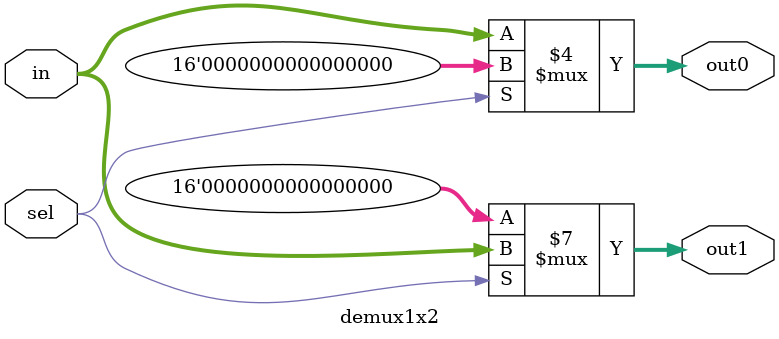
<source format=sv>
module demux1x2 #(
    parameter DATA_WIDTH = 16
)(
    input  logic sel,   
    input  logic [DATA_WIDTH-1:0] in,   
    output logic [DATA_WIDTH-1:0] out0,
    output logic [DATA_WIDTH-1:0] out1  
);

    always_comb begin
        out0 = {DATA_WIDTH{1'b0}};
        out1 = {DATA_WIDTH{1'b0}};
        if (sel == 1'b0) begin
            out0 = in;
        end else begin
            out1 = in;
        end
    end

endmodule

</source>
